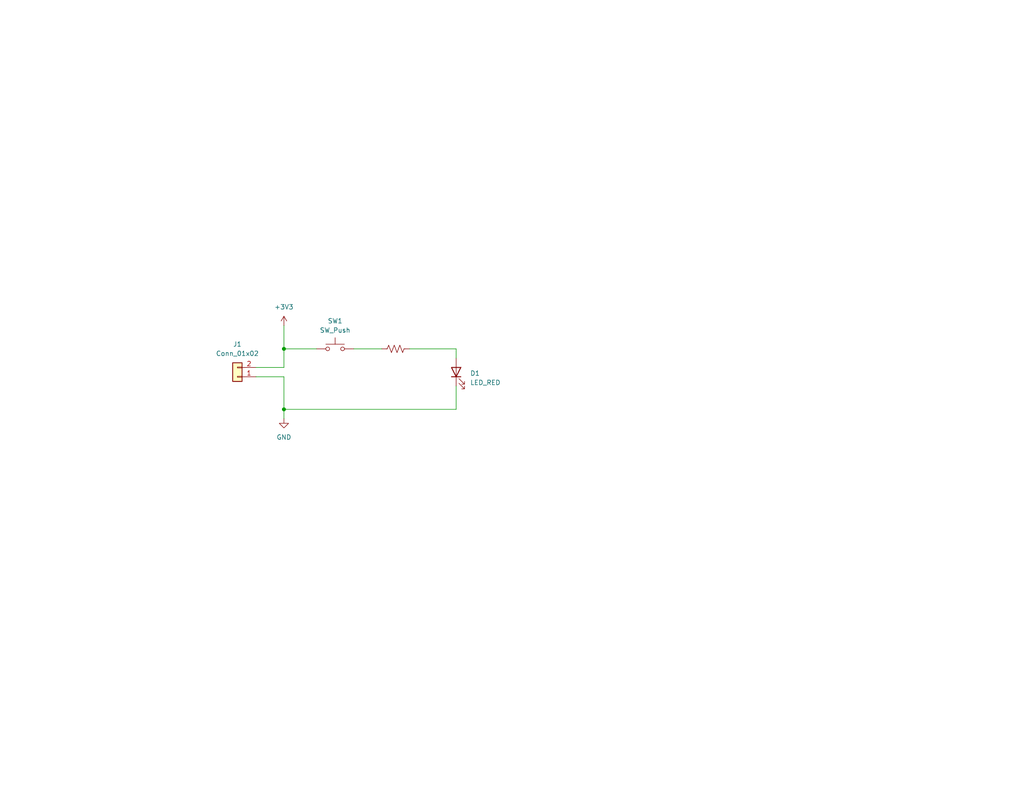
<source format=kicad_sch>
(kicad_sch (version 20230121) (generator eeschema)
  (paper "USLetter")
  (title_block (title "Proj_1") (date "2022-08-16") (rev "1") (company "Illini Solar Car") (comment 1 "Designed By: Abhi Kadiam"))
  (lib_symbols
    (symbol "Connector_Generic:Conn_01x02" (pin_names (offset 1.016) hide)
      (property "Reference" "J" (at 0 2.54 0))
      (property "Value" "Conn_01x02" (at 0 -5.08 0))
      (symbol "Conn_01x02_1_1"
        (rectangle (start -1.27 -2.413) (end 0 -2.667) (stroke (width 0.1524)))
        (rectangle (start -1.27 0.127) (end 0 -0.127) (stroke (width 0.1524)))
        (rectangle (start -1.27 1.27) (end 1.27 -3.81) (stroke (width 0.254)) (fill (type background)))
        (pin passive line (at -5.08 0 0) (length 3.81) (name "Pin_1") (number "1"))
        (pin passive line (at -5.08 -2.54 0) (length 3.81) (name "Pin_2") (number "2"))
      )
    )
    (symbol "Device:LED" (pin_numbers hide) (pin_names (offset 1.016) hide)
      (property "Reference" "D" (at 0 2.54 0))
      (property "Value" "LED" (at 0 -2.54 0))
      (symbol "LED_0_1"
        (polyline (pts (xy -1.27 -1.27) (xy -1.27 1.27)) (stroke (width 0.254)))
        (polyline (pts (xy -1.27 0) (xy 1.27 0)))
        (polyline (pts (xy 1.27 -1.27) (xy 1.27 1.27) (xy -1.27 0) (xy 1.27 -1.27)) (stroke (width 0.254)))
        (polyline (pts (xy -3.048 -0.762) (xy -4.572 -2.286) (xy -3.81 -2.286) (xy -4.572 -2.286) (xy -4.572 -1.524)))
        (polyline (pts (xy -1.778 -0.762) (xy -3.302 -2.286) (xy -2.54 -2.286) (xy -3.302 -2.286) (xy -3.302 -1.524)))
      )
      (symbol "LED_1_1"
        (pin passive line (at -3.81 0 0) (length 2.54) (name "K") (number "1"))
        (pin passive line (at 3.81 0 180) (length 2.54) (name "A") (number "2"))
      )
    )
    (symbol "Device:R_US" (pin_numbers hide) (pin_names (offset 0))
      (property "Reference" "R" (at 2.54 0 90))
      (property "Value" "R_US" (at -2.54 0 90))
      (symbol "R_US_0_1"
        (polyline (pts (xy 0 -2.286) (xy 0 -2.54)))
        (polyline (pts (xy 0 2.286) (xy 0 2.54)))
        (polyline (pts (xy 0 -0.762) (xy 1.016 -1.143) (xy 0 -1.524) (xy -1.016 -1.905) (xy 0 -2.286)))
        (polyline (pts (xy 0 0.762) (xy 1.016 0.381) (xy 0 0) (xy -1.016 -0.381) (xy 0 -0.762)))
        (polyline (pts (xy 0 2.286) (xy 1.016 1.905) (xy 0 1.524) (xy -1.016 1.143) (xy 0 0.762)))
      )
      (symbol "R_US_1_1"
        (pin passive line (at 0 3.81 270) (length 1.27) (name "~") (number "1"))
        (pin passive line (at 0 -3.81 90) (length 1.27) (name "~") (number "2"))
      )
    )
    (symbol "Switch:SW_Push" (pin_numbers hide) (pin_names (offset 1.016) hide)
      (property "Reference" "SW" (at 1.27 2.54 0))
      (property "Value" "SW_Push" (at 0 -1.524 0))
      (symbol "SW_Push_0_1"
        (circle (center -2.032 0) (radius 0.508))
        (polyline (pts (xy 0 1.27) (xy 0 3.048)))
        (polyline (pts (xy 2.54 1.27) (xy -2.54 1.27)))
        (circle (center 2.032 0) (radius 0.508))
        (pin passive line (at -5.08 0 0) (length 2.54) (name "1") (number "1"))
        (pin passive line (at 5.08 0 180) (length 2.54) (name "2") (number "2"))
      )
    )
    (symbol "power:+3.3V" (power) (pin_names (offset 0))
      (property "Value" "+3.3V" (at 0 3.556 0))
      (symbol "+3.3V_0_1"
        (polyline (pts (xy -0.762 1.27) (xy 0 2.54)))
        (polyline (pts (xy 0 0) (xy 0 2.54)))
        (polyline (pts (xy 0 2.54) (xy 0.762 1.27)))
      )
      (symbol "+3.3V_1_1"
        (pin power_in line (at 0 0 90) (length 0) hide (name "+3V3") (number "1"))
      )
    )
    (symbol "power:GND" (power) (pin_names (offset 0))
      (property "Value" "GND" (at 0 -3.81 0))
      (symbol "GND_0_1"
        (polyline (pts (xy 0 0) (xy 0 -1.27) (xy 1.27 -1.27) (xy 0 -2.54) (xy -1.27 -1.27) (xy 0 -1.27)))
      )
      (symbol "GND_1_1"
        (pin power_in line (at 0 0 270) (length 0) hide (name "GND") (number "1"))
      )
    )
  )
  (junction (at 77.47 95.25))
  (junction (at 77.47 111.76))
  (wire (pts (xy 77.47 102.87) (xy 77.47 111.76)))
  (wire (pts (xy 77.47 95.25) (xy 86.36 95.25)))
  (wire (pts (xy 77.47 111.76) (xy 124.46 111.76)))
  (wire (pts (xy 96.52 95.25) (xy 104.14 95.25)))
  (wire (pts (xy 124.46 95.25) (xy 124.46 97.79)))
  (wire (pts (xy 77.47 95.25) (xy 77.47 100.33)))
  (wire (pts (xy 124.46 105.41) (xy 124.46 111.76)))
  (wire (pts (xy 77.47 88.9) (xy 77.47 95.25)))
  (wire (pts (xy 77.47 100.33) (xy 69.85 100.33)))
  (wire (pts (xy 69.85 102.87) (xy 77.47 102.87)))
  (wire (pts (xy 111.76 95.25) (xy 124.46 95.25)))
  (wire (pts (xy 77.47 111.76) (xy 77.47 114.3)))
  (symbol (lib_id "Device:R_US") (at 107.95 95.25 90) (unit 1)
    (property "Reference" "R1" (effects hide))
    (property "Value" "105" (effects hide))
    (property "Footprint" "Resistor_SMD:R_0603_1608Metric_Pad0.98x0.95mm_HandSolder" (effects hide))
  )
  (symbol (lib_id "Device:LED") (at 124.46 101.6 90) (unit 1)
    (property "Reference" "D1" (at 128.27 101.9175 90) (effects (justify right)))
    (property "Value" "LED_RED" (at 128.27 104.4575 90) (effects (justify right)))
    (property "Footprint" "layout:LED_0603_Symbol_on_F.SilkS" (effects hide))
  )
  (symbol (lib_id "Switch:SW_Push") (at 91.44 95.25 0) (unit 1)
    (property "Reference" "SW1" (at 91.44 87.63 0))
    (property "Value" "SW_Push" (at 91.44 90.17 0))
    (property "Footprint" "Button_Switch_SMD:SW_DIP_SPSTx01_Slide_6.7x4.1mm_W8.61mm_P2.54mm_LowProfile" (effects hide))
    (property "Datasheet" "https://www.te.com/usa-en/product-1825910-6.datasheet.pdf" (effects hide))
    (property "MPN" "1825910-6" (effects hide))
  )
  (symbol (lib_id "power:GND") (at 77.47 114.3 0) (unit 1)
    (property "Reference" "#PWR02" (effects hide))
    (property "Value" "GND" (at 77.47 119.38 0))
  )
  (symbol (lib_id "Connector_Generic:Conn_01x02") (at 64.77 102.87 180) (unit 1)
    (property "Reference" "J1" (at 64.77 93.98 0))
    (property "Value" "Conn_01x02" (at 64.77 96.52 0))
    (property "Footprint" "Connector_Molex:Molex_KK-254_AE-6410-02A_1x02_P2.54mm_Vertical" (effects hide))
    (property "Datasheet" "~https://tools.molex.com/pdm_docs/sd/022272021_sd.pdf" (effects hide))
    (property "MPN" "022272021" (effects hide))
  )
  (symbol (lib_id "power:+3.3V") (at 77.47 88.9 0) (unit 1)
    (property "Reference" "#PWR01" (effects hide))
    (property "Value" "+3.3V" (at 77.47 83.82 0))
  )
)
</source>
